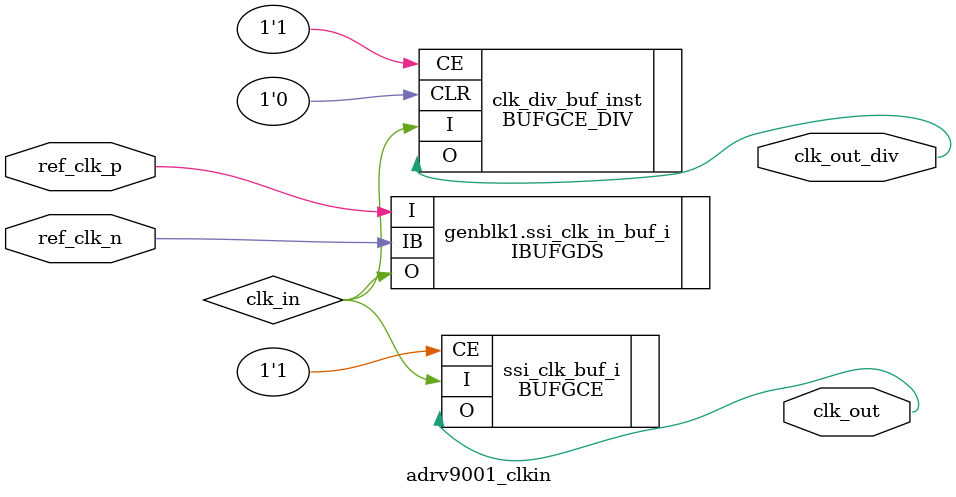
<source format=v>
`timescale 1ns / 1ps
/***************************************************************************//**
 *  \file       adrv9001_clkin.v
 *
 *  \details
 *
 *  \copyright
 *
 *  Copyright 2021(c) NextGen RF Design, Inc.  
 *
 *  All rights reserved.
 *
 *  Redistribution and use in source and binary forms, with or without
 *  modification, are permitted provided that the following conditions are met:
 *   - Redistributions of source code must retain the above copyright
 *     notice, this list of conditions and the following disclaimer.
 *   - Redistributions in binary form must reproduce the above copyright notice,
 *     this list of conditions and the following disclaimer in the documentation
 *     and/or other materials provided with the distribution.
 *   - The use of this software may or may not infringe the patent rights of one
 *     or more patent holders.  This license does not release you from the
 *     requirement that you obtain separate licenses from these patent holders
 *     to use this software.
 *   - Use of the software either in source or binary form, must be run on or
 *     directly connected to a NextGen RF Design, Inc. product.
 *
 *  THIS SOFTWARE IS PROVIDED BY NEXTGEN RF DESIGN "AS IS" AND ANY EXPRESS OR
 *  IMPLIED WARRANTIES, INCLUDING, BUT NOT LIMITED TO, NON-INFRINGEMENT,
 *  MERCHANTABILITY AND FITNESS FOR A PARTICULAR PURPOSE ARE DISCLAIMED. IN NO
 *  EVENT SHALL NEXTGEN RF DESIGN BE LIABLE FOR ANY DIRECT, INDIRECT, INCIDENTAL,
 *  SPECIAL, EXEMPLARY, OR CONSEQUENTIAL DAMAGES (INCLUDING, BUT NOT LIMITED TO,
 *  INTELLECTUAL PROPERTY RIGHTS, PROCUREMENT OF SUBSTITUTE GOODS OR SERVICES;
 *  LOSS OF USE, DATA, OR PROFITS; OR BUSINESS INTERRUPTION) HOWEVER CAUSED AND
 *  ON ANY THEORY OF LIABILITY, WHETHER IN CONTRACT, STRICT LIABILITY, OR TORT
 *  (INCLUDING NEGLIGENCE OR OTHERWISE) ARISING IN ANY WAY OUT OF THE USE OF THIS
 *  SOFTWARE, EVEN IF ADVISED OF THE POSSIBILITY OF SUCH DAMAGE.
 *
 *******************************************************************************/
module adrv9001_clkin#(
  parameter SWAP_DIFF_REF_CLK = 0                  // Swap diff pair allowing physical connection of P signal to N pin and N signal to P pin
  )(
   
  input  wire         ref_clk_p,        // Clock pair
  input  wire         ref_clk_n,         

    
  output wire         clk_out,
  output wire         clk_out_div
    );


wire clk_in;
      
/* clk_in io buffer */
generate
  if( SWAP_DIFF_REF_CLK == 1) begin   
    IBUFGDS ssi_clk_in_buf_i (
      .O(clk_in),            
      .I(ref_clk_n),           
      .IB(ref_clk_p)
    );                    
  end else begin       
    IBUFGDS ssi_clk_in_buf_i (
      .O(clk_in),                
      .I(ref_clk_p),                 
      .IB(ref_clk_n)
    );                  
  end    
endgenerate


/* Clock buffer */
BUFGCE #(
  .CE_TYPE ("SYNC"),
  .IS_CE_INVERTED (1'b0),
  .IS_I_INVERTED (SWAP_DIFF_REF_CLK)
) 
ssi_clk_buf_i (
  .O (clk_out),
  .CE (1'b1),
  .I (clk_in)
); 
 
wire ssi_clk_div;  
/* Div buffer */  
BUFGCE_DIV #(
  .BUFGCE_DIVIDE(4),          
  .IS_CE_INVERTED(1'b0),      
  .IS_CLR_INVERTED(1'b0),      
  .IS_I_INVERTED(SWAP_DIFF_REF_CLK)        
)
clk_div_buf_inst (
  .O(clk_out_div),   
  .CE(1'b1),         
  .CLR(1'b0),      
  .I(clk_in)              
);





    
endmodule

</source>
